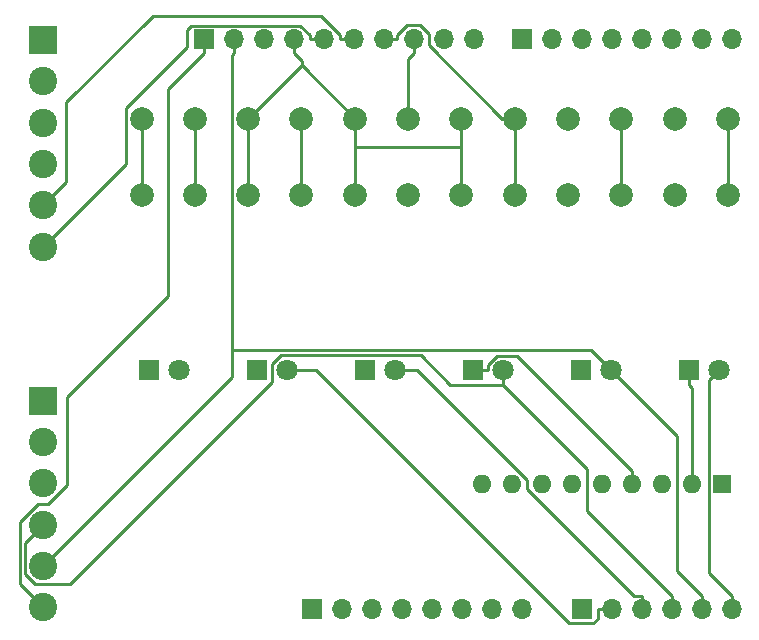
<source format=gbr>
%TF.GenerationSoftware,KiCad,Pcbnew,(7.0.0-0)*%
%TF.CreationDate,2023-08-03T18:37:04+02:00*%
%TF.ProjectId,flipperbrain-shield,666c6970-7065-4726-9272-61696e2d7368,rev?*%
%TF.SameCoordinates,Original*%
%TF.FileFunction,Copper,L2,Bot*%
%TF.FilePolarity,Positive*%
%FSLAX46Y46*%
G04 Gerber Fmt 4.6, Leading zero omitted, Abs format (unit mm)*
G04 Created by KiCad (PCBNEW (7.0.0-0)) date 2023-08-03 18:37:04*
%MOMM*%
%LPD*%
G01*
G04 APERTURE LIST*
%TA.AperFunction,ComponentPad*%
%ADD10C,2.000000*%
%TD*%
%TA.AperFunction,ComponentPad*%
%ADD11C,1.800000*%
%TD*%
%TA.AperFunction,ComponentPad*%
%ADD12R,1.800000X1.800000*%
%TD*%
%TA.AperFunction,ComponentPad*%
%ADD13O,1.600000X1.600000*%
%TD*%
%TA.AperFunction,ComponentPad*%
%ADD14R,1.600000X1.600000*%
%TD*%
%TA.AperFunction,ComponentPad*%
%ADD15R,2.400000X2.400000*%
%TD*%
%TA.AperFunction,ComponentPad*%
%ADD16C,2.400000*%
%TD*%
%TA.AperFunction,ComponentPad*%
%ADD17R,1.700000X1.700000*%
%TD*%
%TA.AperFunction,ComponentPad*%
%ADD18O,1.700000X1.700000*%
%TD*%
%TA.AperFunction,Conductor*%
%ADD19C,0.250000*%
%TD*%
G04 APERTURE END LIST*
D10*
%TO.P,SW8,1,1*%
%TO.N,GND*%
X113552000Y-62410000D03*
X113552000Y-55910000D03*
%TO.P,SW8,2,2*%
%TO.N,TD8*%
X118052000Y-62410000D03*
X118052000Y-55910000D03*
%TD*%
%TO.P,SW11,1,1*%
%TO.N,GND*%
X140633000Y-62410000D03*
X140633000Y-55910000D03*
%TO.P,SW11,2,2*%
%TO.N,TD11*%
X145133000Y-62410000D03*
X145133000Y-55910000D03*
%TD*%
%TO.P,SW13,1,1*%
%TO.N,GND*%
X158687000Y-62410000D03*
X158687000Y-55910000D03*
%TO.P,SW13,2,2*%
%TO.N,TD13*%
X163187000Y-62410000D03*
X163187000Y-55910000D03*
%TD*%
D11*
%TO.P,D6,2,A*%
%TO.N,A5*%
X162430000Y-77195000D03*
D12*
%TO.P,D6,1,K*%
%TO.N,Net-(D6-K)*%
X159889999Y-77194999D03*
%TD*%
D10*
%TO.P,SW10,1,1*%
%TO.N,GND*%
X131606000Y-62410000D03*
X131606000Y-55910000D03*
%TO.P,SW10,2,2*%
%TO.N,TD10*%
X136106000Y-62410000D03*
X136106000Y-55910000D03*
%TD*%
D12*
%TO.P,D2,1,K*%
%TO.N,Net-(D2-K)*%
X123341999Y-77194999D03*
D11*
%TO.P,D2,2,A*%
%TO.N,A1*%
X125882000Y-77195000D03*
%TD*%
D12*
%TO.P,D3,1,K*%
%TO.N,Net-(D3-K)*%
X132478999Y-77194999D03*
D11*
%TO.P,D3,2,A*%
%TO.N,A2*%
X135019000Y-77195000D03*
%TD*%
D10*
%TO.P,SW9,1,1*%
%TO.N,GND*%
X122579000Y-62410000D03*
X122579000Y-55910000D03*
%TO.P,SW9,2,2*%
%TO.N,TD9*%
X127079000Y-62410000D03*
X127079000Y-55910000D03*
%TD*%
D12*
%TO.P,D1,1,K*%
%TO.N,Net-(D1-K)*%
X114204999Y-77194999D03*
D11*
%TO.P,D1,2,A*%
%TO.N,A0*%
X116745000Y-77195000D03*
%TD*%
D13*
%TO.P,RN1,9,R8*%
%TO.N,unconnected-(RN1-R8-Pad9)*%
X142369999Y-86867999D03*
%TO.P,RN1,8,R7*%
%TO.N,unconnected-(RN1-R7-Pad8)*%
X144909999Y-86867999D03*
%TO.P,RN1,7,R6*%
%TO.N,Net-(D1-K)*%
X147449999Y-86867999D03*
%TO.P,RN1,6,R5*%
%TO.N,Net-(D2-K)*%
X149989999Y-86867999D03*
%TO.P,RN1,5,R4*%
%TO.N,Net-(D3-K)*%
X152529999Y-86867999D03*
%TO.P,RN1,4,R3*%
%TO.N,Net-(D4-K)*%
X155069999Y-86867999D03*
%TO.P,RN1,3,R2*%
%TO.N,Net-(D5-K)*%
X157609999Y-86867999D03*
%TO.P,RN1,2,R1*%
%TO.N,Net-(D6-K)*%
X160149999Y-86867999D03*
D14*
%TO.P,RN1,1,common*%
%TO.N,GND*%
X162689999Y-86867999D03*
%TD*%
D10*
%TO.P,SW12,1,1*%
%TO.N,GND*%
X149660000Y-62410000D03*
X149660000Y-55910000D03*
%TO.P,SW12,2,2*%
%TO.N,TD12*%
X154160000Y-62410000D03*
X154160000Y-55910000D03*
%TD*%
D15*
%TO.P,J6,1,Pin_1*%
%TO.N,TD8*%
X105206999Y-49245999D03*
D16*
%TO.P,J6,2,Pin_2*%
%TO.N,TD9*%
X105207000Y-52746000D03*
%TO.P,J6,3,Pin_3*%
%TO.N,TD10*%
X105207000Y-56246000D03*
%TO.P,J6,4,Pin_4*%
%TO.N,TD11*%
X105207000Y-59746000D03*
%TO.P,J6,5,Pin_5*%
%TO.N,TD12*%
X105207000Y-63246000D03*
%TO.P,J6,6,Pin_6*%
%TO.N,TD13*%
X105207000Y-66746000D03*
%TD*%
D15*
%TO.P,J5,1,Pin_1*%
%TO.N,A0*%
X105206999Y-79799999D03*
D16*
%TO.P,J5,2,Pin_2*%
%TO.N,A1*%
X105207000Y-83300000D03*
%TO.P,J5,3,Pin_3*%
%TO.N,A2*%
X105207000Y-86800000D03*
%TO.P,J5,4,Pin_4*%
%TO.N,A3*%
X105207000Y-90300000D03*
%TO.P,J5,5,Pin_5*%
%TO.N,A4*%
X105207000Y-93800000D03*
%TO.P,J5,6,Pin_6*%
%TO.N,A5*%
X105207000Y-97300000D03*
%TD*%
D12*
%TO.P,D4,1,K*%
%TO.N,Net-(D4-K)*%
X141615999Y-77194999D03*
D11*
%TO.P,D4,2,A*%
%TO.N,A3*%
X144156000Y-77195000D03*
%TD*%
D12*
%TO.P,D5,1,K*%
%TO.N,Net-(D5-K)*%
X150752999Y-77194999D03*
D11*
%TO.P,D5,2,A*%
%TO.N,A4*%
X153293000Y-77195000D03*
%TD*%
D17*
%TO.P,J3,1,Pin_1*%
%TO.N,A0*%
X150799999Y-97459999D03*
D18*
%TO.P,J3,2,Pin_2*%
%TO.N,A1*%
X153339999Y-97459999D03*
%TO.P,J3,3,Pin_3*%
%TO.N,A2*%
X155879999Y-97459999D03*
%TO.P,J3,4,Pin_4*%
%TO.N,A3*%
X158419999Y-97459999D03*
%TO.P,J3,5,Pin_5*%
%TO.N,A4*%
X160959999Y-97459999D03*
%TO.P,J3,6,Pin_6*%
%TO.N,A5*%
X163499999Y-97459999D03*
%TD*%
D17*
%TO.P,J2,1,Pin_1*%
%TO.N,A5*%
X118795999Y-49199999D03*
D18*
%TO.P,J2,2,Pin_2*%
%TO.N,A4*%
X121335999Y-49199999D03*
%TO.P,J2,3,Pin_3*%
%TO.N,/AREF*%
X123875999Y-49199999D03*
%TO.P,J2,4,Pin_4*%
%TO.N,GND*%
X126415999Y-49199999D03*
%TO.P,J2,5,Pin_5*%
%TO.N,TD13*%
X128955999Y-49199999D03*
%TO.P,J2,6,Pin_6*%
%TO.N,TD12*%
X131495999Y-49199999D03*
%TO.P,J2,7,Pin_7*%
%TO.N,TD11*%
X134035999Y-49199999D03*
%TO.P,J2,8,Pin_8*%
%TO.N,TD10*%
X136575999Y-49199999D03*
%TO.P,J2,9,Pin_9*%
%TO.N,TD9*%
X139115999Y-49199999D03*
%TO.P,J2,10,Pin_10*%
%TO.N,TD8*%
X141655999Y-49199999D03*
%TD*%
D17*
%TO.P,J4,1,Pin_1*%
%TO.N,/7*%
X145719999Y-49199999D03*
D18*
%TO.P,J4,2,Pin_2*%
%TO.N,/\u002A6*%
X148259999Y-49199999D03*
%TO.P,J4,3,Pin_3*%
%TO.N,/\u002A5*%
X150799999Y-49199999D03*
%TO.P,J4,4,Pin_4*%
%TO.N,/4*%
X153339999Y-49199999D03*
%TO.P,J4,5,Pin_5*%
%TO.N,/\u002A3*%
X155879999Y-49199999D03*
%TO.P,J4,6,Pin_6*%
%TO.N,/2*%
X158419999Y-49199999D03*
%TO.P,J4,7,Pin_7*%
%TO.N,/TX{slash}1*%
X160959999Y-49199999D03*
%TO.P,J4,8,Pin_8*%
%TO.N,/RX{slash}0*%
X163499999Y-49199999D03*
%TD*%
D17*
%TO.P,J1,1,Pin_1*%
%TO.N,unconnected-(J1-Pin_1-Pad1)*%
X127939999Y-97459999D03*
D18*
%TO.P,J1,2,Pin_2*%
%TO.N,/IOREF*%
X130479999Y-97459999D03*
%TO.P,J1,3,Pin_3*%
%TO.N,/~{RESET}*%
X133019999Y-97459999D03*
%TO.P,J1,4,Pin_4*%
%TO.N,+3V3*%
X135559999Y-97459999D03*
%TO.P,J1,5,Pin_5*%
%TO.N,+5V*%
X138099999Y-97459999D03*
%TO.P,J1,6,Pin_6*%
%TO.N,GND*%
X140639999Y-97459999D03*
%TO.P,J1,7,Pin_7*%
X143179999Y-97459999D03*
%TO.P,J1,8,Pin_8*%
%TO.N,VCC*%
X145719999Y-97459999D03*
%TD*%
D19*
%TO.N,Net-(D6-K)*%
X160150000Y-78680100D02*
X159890000Y-78420100D01*
X160150000Y-86868000D02*
X160150000Y-78680100D01*
X159890000Y-77195000D02*
X159890000Y-78420100D01*
%TO.N,Net-(D4-K)*%
X142841100Y-76735500D02*
X142841100Y-77195000D01*
X143606700Y-75969900D02*
X142841100Y-76735500D01*
X145297000Y-75969900D02*
X143606700Y-75969900D01*
X155070000Y-85742900D02*
X145297000Y-75969900D01*
X155070000Y-86868000D02*
X155070000Y-85742900D01*
X141616000Y-77195000D02*
X142841100Y-77195000D01*
%TO.N,TD8*%
X118052000Y-55910000D02*
X118052000Y-62410000D01*
%TO.N,TD9*%
X127079000Y-55910000D02*
X127079000Y-62410000D01*
%TO.N,TD10*%
X136576000Y-49200000D02*
X136576000Y-50375100D01*
X136106000Y-50845100D02*
X136106000Y-55910000D01*
X136576000Y-50375100D02*
X136106000Y-50845100D01*
%TO.N,TD11*%
X134036000Y-49200000D02*
X135211100Y-49200000D01*
X144100500Y-55910000D02*
X145133000Y-55910000D01*
X137846000Y-49655500D02*
X144100500Y-55910000D01*
X137846000Y-48730100D02*
X137846000Y-49655500D01*
X137123400Y-48007500D02*
X137846000Y-48730100D01*
X136036400Y-48007500D02*
X137123400Y-48007500D01*
X135211100Y-48832800D02*
X136036400Y-48007500D01*
X135211100Y-49200000D02*
X135211100Y-48832800D01*
X145133000Y-55910000D02*
X145133000Y-62410000D01*
%TO.N,TD12*%
X107181800Y-61271200D02*
X105207000Y-63246000D01*
X107181800Y-54531200D02*
X107181800Y-61271200D01*
X114478600Y-47234400D02*
X107181800Y-54531200D01*
X128722500Y-47234400D02*
X114478600Y-47234400D01*
X130320900Y-48832800D02*
X128722500Y-47234400D01*
X130320900Y-49200000D02*
X130320900Y-48832800D01*
X131496000Y-49200000D02*
X130320900Y-49200000D01*
X154160000Y-55910000D02*
X154160000Y-62410000D01*
%TO.N,TD13*%
X163187000Y-55910000D02*
X163187000Y-62410000D01*
X112226800Y-59726200D02*
X105207000Y-66746000D01*
X112226800Y-54991900D02*
X112226800Y-59726200D01*
X117409200Y-49809500D02*
X112226800Y-54991900D01*
X117409200Y-48386200D02*
X117409200Y-49809500D01*
X117770600Y-48024800D02*
X117409200Y-48386200D01*
X126972900Y-48024800D02*
X117770600Y-48024800D01*
X127780900Y-48832800D02*
X126972900Y-48024800D01*
X127780900Y-49200000D02*
X127780900Y-48832800D01*
X128956000Y-49200000D02*
X127780900Y-49200000D01*
%TO.N,A1*%
X128305200Y-77195000D02*
X125882000Y-77195000D01*
X149745400Y-98635200D02*
X128305200Y-77195000D01*
X151797600Y-98635200D02*
X149745400Y-98635200D01*
X152164900Y-98267900D02*
X151797600Y-98635200D01*
X152164900Y-97460000D02*
X152164900Y-98267900D01*
X153340000Y-97460000D02*
X152164900Y-97460000D01*
%TO.N,A2*%
X136875800Y-77195000D02*
X135019000Y-77195000D01*
X146180000Y-86499200D02*
X136875800Y-77195000D01*
X146180000Y-87245900D02*
X146180000Y-86499200D01*
X155219000Y-96284900D02*
X146180000Y-87245900D01*
X155880000Y-96284900D02*
X155219000Y-96284900D01*
X155880000Y-97460000D02*
X155880000Y-96284900D01*
%TO.N,A3*%
X158420000Y-97460000D02*
X158420000Y-96284900D01*
X103675700Y-91831300D02*
X105207000Y-90300000D01*
X103675700Y-94484200D02*
X103675700Y-91831300D01*
X104539000Y-95347500D02*
X103675700Y-94484200D01*
X107453000Y-95347500D02*
X104539000Y-95347500D01*
X124567200Y-78233300D02*
X107453000Y-95347500D01*
X124567200Y-76703500D02*
X124567200Y-78233300D01*
X125311600Y-75959100D02*
X124567200Y-76703500D01*
X137225200Y-75959100D02*
X125311600Y-75959100D01*
X139699600Y-78433500D02*
X137225200Y-75959100D01*
X144156000Y-78433500D02*
X139699600Y-78433500D01*
X151260000Y-85537500D02*
X144156000Y-78433500D01*
X151260000Y-89124900D02*
X151260000Y-85537500D01*
X158420000Y-96284900D02*
X151260000Y-89124900D01*
X144156000Y-78433500D02*
X144156000Y-77195000D01*
%TO.N,A4*%
X121336000Y-49200000D02*
X121336000Y-50375100D01*
X121189100Y-50522000D02*
X121189100Y-75496600D01*
X121336000Y-50375100D02*
X121189100Y-50522000D01*
X121189100Y-77817900D02*
X121189100Y-75496600D01*
X105207000Y-93800000D02*
X121189100Y-77817900D01*
X151594600Y-75496600D02*
X153293000Y-77195000D01*
X121189100Y-75496600D02*
X151594600Y-75496600D01*
X158870200Y-94195100D02*
X160960000Y-96284900D01*
X158870200Y-82772200D02*
X158870200Y-94195100D01*
X153293000Y-77195000D02*
X158870200Y-82772200D01*
X160960000Y-97460000D02*
X160960000Y-96284900D01*
%TO.N,A5*%
X161564800Y-78060200D02*
X162430000Y-77195000D01*
X161564800Y-94349700D02*
X161564800Y-78060200D01*
X163500000Y-96284900D02*
X161564800Y-94349700D01*
X163500000Y-97460000D02*
X163500000Y-96284900D01*
X103219600Y-95312600D02*
X105207000Y-97300000D01*
X103219600Y-90100200D02*
X103219600Y-95312600D01*
X104769800Y-88550000D02*
X103219600Y-90100200D01*
X105616200Y-88550000D02*
X104769800Y-88550000D01*
X107210200Y-86956000D02*
X105616200Y-88550000D01*
X107210200Y-79519400D02*
X107210200Y-86956000D01*
X115802100Y-70927500D02*
X107210200Y-79519400D01*
X115802100Y-53369000D02*
X115802100Y-70927500D01*
X118796000Y-50375100D02*
X115802100Y-53369000D01*
X118796000Y-49200000D02*
X118796000Y-50375100D01*
%TO.N,GND*%
X113552000Y-55910000D02*
X113552000Y-62410000D01*
X122579000Y-55910000D02*
X122579000Y-62410000D01*
X126416000Y-49200000D02*
X126416000Y-50375100D01*
X131606000Y-55910000D02*
X127092500Y-51396500D01*
X127092500Y-51051600D02*
X127092500Y-51396500D01*
X126416000Y-50375100D02*
X127092500Y-51051600D01*
X127092500Y-51396500D02*
X122579000Y-55910000D01*
X131606000Y-62410000D02*
X131606000Y-58303600D01*
X131606000Y-58303600D02*
X131606000Y-55910000D01*
X140633000Y-58303600D02*
X131606000Y-58303600D01*
X140633000Y-55910000D02*
X140633000Y-58303600D01*
X140633000Y-58303600D02*
X140633000Y-62410000D01*
%TD*%
M02*

</source>
